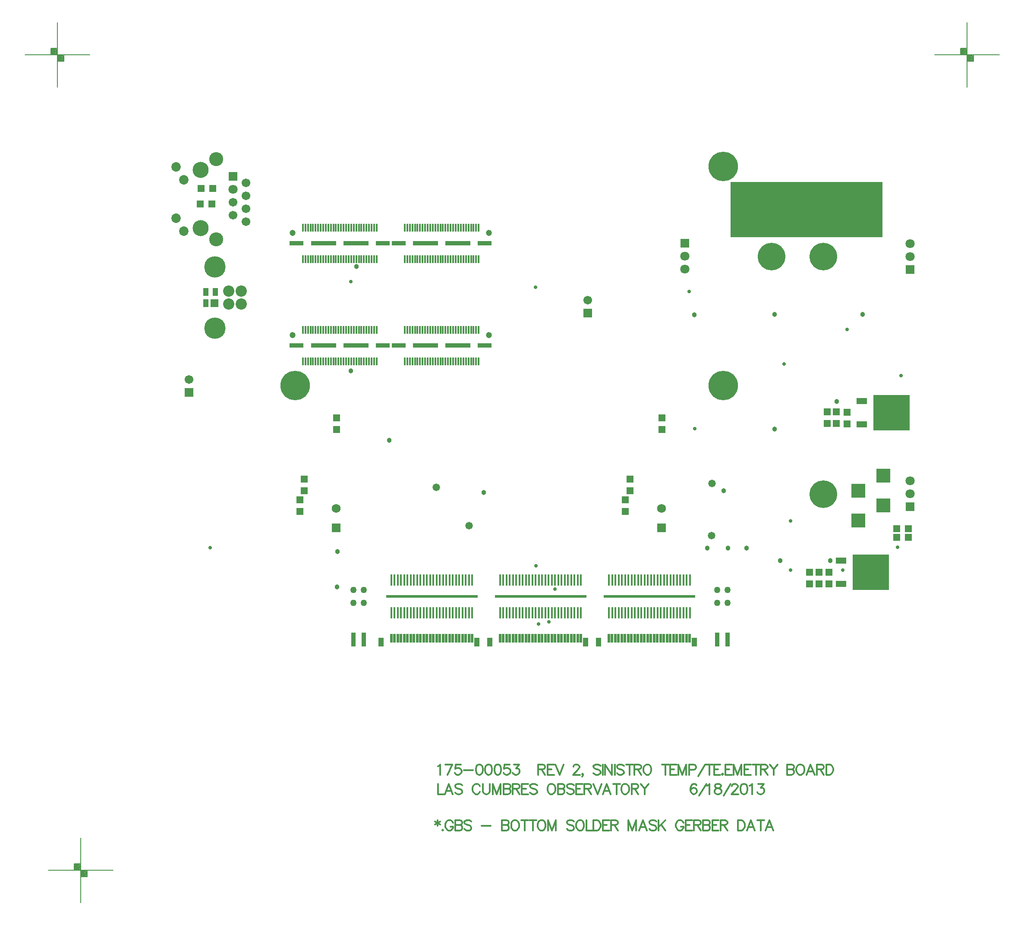
<source format=gbs>
%FSLAX23Y23*%
%MOIN*%
G70*
G01*
G75*
G04 Layer_Color=16711935*
%ADD10R,0.031X0.060*%
%ADD11R,0.014X0.060*%
%ADD12R,0.030X0.100*%
%ADD13R,0.045X0.017*%
%ADD14R,0.050X0.050*%
%ADD15R,0.050X0.050*%
%ADD16R,0.036X0.036*%
%ADD17O,0.098X0.028*%
%ADD18R,0.065X0.012*%
%ADD19R,0.135X0.070*%
%ADD20R,0.070X0.135*%
%ADD21R,0.037X0.035*%
%ADD22R,0.037X0.035*%
%ADD23R,0.100X0.100*%
%ADD24R,0.048X0.078*%
%ADD25R,0.078X0.048*%
%ADD26C,0.010*%
%ADD27C,0.025*%
%ADD28C,0.008*%
%ADD29C,0.005*%
%ADD30C,0.006*%
%ADD31C,0.020*%
%ADD32C,0.050*%
%ADD33C,0.012*%
%ADD34C,0.012*%
%ADD35C,0.012*%
%ADD36C,0.220*%
%ADD37C,0.020*%
%ADD38C,0.063*%
%ADD39R,0.063X0.063*%
%ADD40C,0.050*%
%ADD41C,0.039*%
%ADD42R,0.060X0.060*%
%ADD43C,0.060*%
%ADD44R,0.059X0.059*%
%ADD45C,0.059*%
%ADD46C,0.079*%
%ADD47C,0.157*%
%ADD48C,0.059*%
%ADD49R,0.059X0.059*%
%ADD50C,0.116*%
%ADD51C,0.065*%
%ADD52C,0.100*%
%ADD53C,0.030*%
%ADD54C,0.040*%
%ADD55C,0.206*%
%ADD56C,0.079*%
G04:AMPARAMS|DCode=57|XSize=85mil|YSize=85mil|CornerRadius=0mil|HoleSize=0mil|Usage=FLASHONLY|Rotation=0.000|XOffset=0mil|YOffset=0mil|HoleType=Round|Shape=Relief|Width=10mil|Gap=10mil|Entries=4|*
%AMTHD57*
7,0,0,0.085,0.065,0.010,45*
%
%ADD57THD57*%
%ADD58C,0.080*%
G04:AMPARAMS|DCode=59|XSize=90mil|YSize=90mil|CornerRadius=0mil|HoleSize=0mil|Usage=FLASHONLY|Rotation=0.000|XOffset=0mil|YOffset=0mil|HoleType=Round|Shape=Relief|Width=10mil|Gap=10mil|Entries=4|*
%AMTHD59*
7,0,0,0.090,0.070,0.010,45*
%
%ADD59THD59*%
%ADD60C,0.070*%
G04:AMPARAMS|DCode=61|XSize=95.433mil|YSize=95.433mil|CornerRadius=0mil|HoleSize=0mil|Usage=FLASHONLY|Rotation=0.000|XOffset=0mil|YOffset=0mil|HoleType=Round|Shape=Relief|Width=10mil|Gap=10mil|Entries=4|*
%AMTHD61*
7,0,0,0.095,0.075,0.010,45*
%
%ADD61THD61*%
%ADD62C,0.075*%
%ADD63C,0.076*%
%ADD64C,0.131*%
%ADD65C,0.075*%
%ADD66C,0.168*%
%ADD67C,0.080*%
%ADD68C,0.103*%
G04:AMPARAMS|DCode=69|XSize=70mil|YSize=70mil|CornerRadius=0mil|HoleSize=0mil|Usage=FLASHONLY|Rotation=0.000|XOffset=0mil|YOffset=0mil|HoleType=Round|Shape=Relief|Width=10mil|Gap=10mil|Entries=4|*
%AMTHD69*
7,0,0,0.070,0.050,0.010,45*
%
%ADD69THD69*%
%ADD70C,0.055*%
G04:AMPARAMS|DCode=71|XSize=75mil|YSize=75mil|CornerRadius=0mil|HoleSize=0mil|Usage=FLASHONLY|Rotation=0.000|XOffset=0mil|YOffset=0mil|HoleType=Round|Shape=Relief|Width=10mil|Gap=10mil|Entries=4|*
%AMTHD71*
7,0,0,0.075,0.055,0.010,45*
%
%ADD71THD71*%
%ADD72C,0.068*%
G04:AMPARAMS|DCode=73|XSize=96.221mil|YSize=96.221mil|CornerRadius=0mil|HoleSize=0mil|Usage=FLASHONLY|Rotation=0.000|XOffset=0mil|YOffset=0mil|HoleType=Round|Shape=Relief|Width=10mil|Gap=10mil|Entries=4|*
%AMTHD73*
7,0,0,0.096,0.076,0.010,45*
%
%ADD73THD73*%
G04:AMPARAMS|DCode=74|XSize=150.551mil|YSize=150.551mil|CornerRadius=0mil|HoleSize=0mil|Usage=FLASHONLY|Rotation=0.000|XOffset=0mil|YOffset=0mil|HoleType=Round|Shape=Relief|Width=10mil|Gap=10mil|Entries=4|*
%AMTHD74*
7,0,0,0.151,0.131,0.010,45*
%
%ADD74THD74*%
G04:AMPARAMS|DCode=75|XSize=100mil|YSize=100mil|CornerRadius=0mil|HoleSize=0mil|Usage=FLASHONLY|Rotation=0.000|XOffset=0mil|YOffset=0mil|HoleType=Round|Shape=Relief|Width=10mil|Gap=10mil|Entries=4|*
%AMTHD75*
7,0,0,0.100,0.080,0.010,45*
%
%ADD75THD75*%
G04:AMPARAMS|DCode=76|XSize=123mil|YSize=123mil|CornerRadius=0mil|HoleSize=0mil|Usage=FLASHONLY|Rotation=0.000|XOffset=0mil|YOffset=0mil|HoleType=Round|Shape=Relief|Width=10mil|Gap=10mil|Entries=4|*
%AMTHD76*
7,0,0,0.123,0.103,0.010,45*
%
%ADD76THD76*%
%ADD77R,0.272X0.268*%
%ADD78R,0.075X0.037*%
%ADD79R,0.100X0.100*%
%ADD80R,0.016X0.085*%
%ADD81R,0.709X0.020*%
%ADD82R,0.053X0.053*%
%ADD83R,0.035X0.053*%
%ADD84R,0.012X0.057*%
%ADD85R,0.185X0.025*%
%ADD86R,0.100X0.025*%
%ADD87C,0.010*%
%ADD88C,0.010*%
%ADD89C,0.008*%
%ADD90C,0.007*%
%ADD91R,0.170X0.118*%
%ADD92R,0.039X0.068*%
%ADD93R,0.022X0.068*%
%ADD94R,0.038X0.108*%
%ADD95R,0.053X0.025*%
%ADD96R,0.058X0.058*%
%ADD97R,0.058X0.058*%
%ADD98R,0.044X0.044*%
%ADD99O,0.106X0.036*%
%ADD100R,0.073X0.020*%
%ADD101R,0.143X0.078*%
%ADD102R,0.078X0.143*%
%ADD103R,0.045X0.043*%
%ADD104R,0.045X0.043*%
%ADD105R,0.108X0.108*%
%ADD106R,0.056X0.086*%
%ADD107R,0.086X0.056*%
%ADD108C,0.213*%
%ADD109C,0.028*%
%ADD110C,0.071*%
%ADD111R,0.071X0.071*%
%ADD112C,0.228*%
%ADD113C,0.047*%
%ADD114R,0.068X0.068*%
%ADD115R,0.067X0.067*%
%ADD116C,0.067*%
%ADD117C,0.087*%
%ADD118C,0.165*%
%ADD119C,0.067*%
%ADD120R,0.067X0.067*%
%ADD121C,0.124*%
%ADD122C,0.073*%
%ADD123C,0.108*%
%ADD124C,0.038*%
%ADD125C,0.058*%
%ADD126R,1.174X0.429*%
%ADD127R,0.280X0.276*%
%ADD128R,0.083X0.045*%
%ADD129R,0.108X0.108*%
%ADD130R,0.061X0.061*%
%ADD131R,0.043X0.061*%
%ADD132R,0.016X0.061*%
%ADD133R,0.193X0.033*%
%ADD134R,0.108X0.033*%
D28*
X58664Y38190D02*
X59164D01*
X58914Y37940D02*
Y38440D01*
X58964Y38140D02*
Y38190D01*
X58914Y38140D02*
X58964D01*
X58864Y38190D02*
Y38240D01*
X58914D01*
X58869Y38195D02*
X58909D01*
X58869D02*
Y38235D01*
X58909D01*
Y38195D02*
Y38235D01*
X58874Y38200D02*
X58904D01*
X58874D02*
Y38230D01*
X58904D01*
Y38205D02*
Y38230D01*
X58879Y38205D02*
X58899D01*
X58879D02*
Y38225D01*
X58899D01*
Y38210D02*
Y38225D01*
X58884Y38210D02*
X58894D01*
X58884D02*
Y38220D01*
X58894D01*
Y38210D02*
Y38220D01*
X58884Y38215D02*
X58894D01*
X58919Y38145D02*
X58959D01*
X58919D02*
Y38185D01*
X58959D01*
Y38145D02*
Y38185D01*
X58924Y38150D02*
X58954D01*
X58924D02*
Y38180D01*
X58954D01*
Y38155D02*
Y38180D01*
X58929Y38155D02*
X58949D01*
X58929D02*
Y38175D01*
X58949D01*
Y38160D02*
Y38175D01*
X58934Y38160D02*
X58944D01*
X58934D02*
Y38170D01*
X58944D01*
Y38160D02*
Y38170D01*
X58934Y38165D02*
X58944D01*
X51638Y38190D02*
X52138D01*
X51888Y37940D02*
Y38440D01*
X51938Y38140D02*
Y38190D01*
X51888Y38140D02*
X51938D01*
X51838Y38190D02*
Y38240D01*
X51888D01*
X51843Y38195D02*
X51883D01*
X51843D02*
Y38235D01*
X51883D01*
Y38195D02*
Y38235D01*
X51848Y38200D02*
X51878D01*
X51848D02*
Y38230D01*
X51878D01*
Y38205D02*
Y38230D01*
X51853Y38205D02*
X51873D01*
X51853D02*
Y38225D01*
X51873D01*
Y38210D02*
Y38225D01*
X51858Y38210D02*
X51868D01*
X51858D02*
Y38220D01*
X51868D01*
Y38210D02*
Y38220D01*
X51858Y38215D02*
X51868D01*
X51893Y38145D02*
X51933D01*
X51893D02*
Y38185D01*
X51933D01*
Y38145D02*
Y38185D01*
X51898Y38150D02*
X51928D01*
X51898D02*
Y38180D01*
X51928D01*
Y38155D02*
Y38180D01*
X51903Y38155D02*
X51923D01*
X51903D02*
Y38175D01*
X51923D01*
Y38160D02*
Y38175D01*
X51908Y38160D02*
X51918D01*
X51908D02*
Y38170D01*
X51918D01*
Y38160D02*
Y38170D01*
X51908Y38165D02*
X51918D01*
X51819Y31889D02*
X52319D01*
X52069Y31639D02*
Y32139D01*
X52119Y31839D02*
Y31889D01*
X52069Y31839D02*
X52119D01*
X52019Y31889D02*
Y31939D01*
X52069D01*
X52024Y31894D02*
X52064D01*
X52024D02*
Y31934D01*
X52064D01*
Y31894D02*
Y31934D01*
X52029Y31899D02*
X52059D01*
X52029D02*
Y31929D01*
X52059D01*
Y31904D02*
Y31929D01*
X52034Y31904D02*
X52054D01*
X52034D02*
Y31924D01*
X52054D01*
Y31909D02*
Y31924D01*
X52039Y31909D02*
X52049D01*
X52039D02*
Y31919D01*
X52049D01*
Y31909D02*
Y31919D01*
X52039Y31914D02*
X52049D01*
X52074Y31844D02*
X52114D01*
X52074D02*
Y31884D01*
X52114D01*
Y31844D02*
Y31884D01*
X52079Y31849D02*
X52109D01*
X52079D02*
Y31879D01*
X52109D01*
Y31854D02*
Y31879D01*
X52084Y31854D02*
X52104D01*
X52084D02*
Y31874D01*
X52104D01*
Y31859D02*
Y31874D01*
X52089Y31859D02*
X52099D01*
X52089D02*
Y31869D01*
X52099D01*
Y31859D02*
Y31869D01*
X52089Y31864D02*
X52099D01*
D33*
X54826Y32275D02*
Y32230D01*
X54807Y32264D02*
X54845Y32241D01*
Y32264D02*
X54807Y32241D01*
X54865Y32203D02*
X54861Y32199D01*
X54865Y32196D01*
X54869Y32199D01*
X54865Y32203D01*
X54944Y32256D02*
X54940Y32264D01*
X54932Y32272D01*
X54925Y32275D01*
X54909D01*
X54902Y32272D01*
X54894Y32264D01*
X54890Y32256D01*
X54887Y32245D01*
Y32226D01*
X54890Y32215D01*
X54894Y32207D01*
X54902Y32199D01*
X54909Y32196D01*
X54925D01*
X54932Y32199D01*
X54940Y32207D01*
X54944Y32215D01*
Y32226D01*
X54925D02*
X54944D01*
X54962Y32275D02*
Y32196D01*
Y32275D02*
X54996D01*
X55008Y32272D01*
X55012Y32268D01*
X55015Y32260D01*
Y32253D01*
X55012Y32245D01*
X55008Y32241D01*
X54996Y32237D01*
X54962D02*
X54996D01*
X55008Y32234D01*
X55012Y32230D01*
X55015Y32222D01*
Y32211D01*
X55012Y32203D01*
X55008Y32199D01*
X54996Y32196D01*
X54962D01*
X55087Y32264D02*
X55079Y32272D01*
X55068Y32275D01*
X55052D01*
X55041Y32272D01*
X55033Y32264D01*
Y32256D01*
X55037Y32249D01*
X55041Y32245D01*
X55048Y32241D01*
X55071Y32234D01*
X55079Y32230D01*
X55083Y32226D01*
X55087Y32218D01*
Y32207D01*
X55079Y32199D01*
X55068Y32196D01*
X55052D01*
X55041Y32199D01*
X55033Y32207D01*
X55167Y32230D02*
X55236D01*
X55322Y32275D02*
Y32196D01*
Y32275D02*
X55357D01*
X55368Y32272D01*
X55372Y32268D01*
X55376Y32260D01*
Y32253D01*
X55372Y32245D01*
X55368Y32241D01*
X55357Y32237D01*
X55322D02*
X55357D01*
X55368Y32234D01*
X55372Y32230D01*
X55376Y32222D01*
Y32211D01*
X55372Y32203D01*
X55368Y32199D01*
X55357Y32196D01*
X55322D01*
X55416Y32275D02*
X55409Y32272D01*
X55401Y32264D01*
X55397Y32256D01*
X55394Y32245D01*
Y32226D01*
X55397Y32215D01*
X55401Y32207D01*
X55409Y32199D01*
X55416Y32196D01*
X55432D01*
X55439Y32199D01*
X55447Y32207D01*
X55451Y32215D01*
X55454Y32226D01*
Y32245D01*
X55451Y32256D01*
X55447Y32264D01*
X55439Y32272D01*
X55432Y32275D01*
X55416D01*
X55500D02*
Y32196D01*
X55473Y32275D02*
X55526D01*
X55563D02*
Y32196D01*
X55536Y32275D02*
X55589D01*
X55622D02*
X55614Y32272D01*
X55606Y32264D01*
X55603Y32256D01*
X55599Y32245D01*
Y32226D01*
X55603Y32215D01*
X55606Y32207D01*
X55614Y32199D01*
X55622Y32196D01*
X55637D01*
X55645Y32199D01*
X55652Y32207D01*
X55656Y32215D01*
X55660Y32226D01*
Y32245D01*
X55656Y32256D01*
X55652Y32264D01*
X55645Y32272D01*
X55637Y32275D01*
X55622D01*
X55678D02*
Y32196D01*
Y32275D02*
X55709Y32196D01*
X55739Y32275D02*
X55709Y32196D01*
X55739Y32275D02*
Y32196D01*
X55878Y32264D02*
X55871Y32272D01*
X55859Y32275D01*
X55844D01*
X55833Y32272D01*
X55825Y32264D01*
Y32256D01*
X55829Y32249D01*
X55833Y32245D01*
X55840Y32241D01*
X55863Y32234D01*
X55871Y32230D01*
X55875Y32226D01*
X55878Y32218D01*
Y32207D01*
X55871Y32199D01*
X55859Y32196D01*
X55844D01*
X55833Y32199D01*
X55825Y32207D01*
X55919Y32275D02*
X55912Y32272D01*
X55904Y32264D01*
X55900Y32256D01*
X55896Y32245D01*
Y32226D01*
X55900Y32215D01*
X55904Y32207D01*
X55912Y32199D01*
X55919Y32196D01*
X55934D01*
X55942Y32199D01*
X55950Y32207D01*
X55953Y32215D01*
X55957Y32226D01*
Y32245D01*
X55953Y32256D01*
X55950Y32264D01*
X55942Y32272D01*
X55934Y32275D01*
X55919D01*
X55976D02*
Y32196D01*
X56022D01*
X56030Y32275D02*
Y32196D01*
Y32275D02*
X56057D01*
X56068Y32272D01*
X56076Y32264D01*
X56080Y32256D01*
X56084Y32245D01*
Y32226D01*
X56080Y32215D01*
X56076Y32207D01*
X56068Y32199D01*
X56057Y32196D01*
X56030D01*
X56151Y32275D02*
X56102D01*
Y32196D01*
X56151D01*
X56102Y32237D02*
X56132D01*
X56164Y32275D02*
Y32196D01*
Y32275D02*
X56199D01*
X56210Y32272D01*
X56214Y32268D01*
X56218Y32260D01*
Y32253D01*
X56214Y32245D01*
X56210Y32241D01*
X56199Y32237D01*
X56164D01*
X56191D02*
X56218Y32196D01*
X56298Y32275D02*
Y32196D01*
Y32275D02*
X56329Y32196D01*
X56359Y32275D02*
X56329Y32196D01*
X56359Y32275D02*
Y32196D01*
X56443D02*
X56413Y32275D01*
X56382Y32196D01*
X56394Y32222D02*
X56432D01*
X56515Y32264D02*
X56508Y32272D01*
X56496Y32275D01*
X56481D01*
X56470Y32272D01*
X56462Y32264D01*
Y32256D01*
X56466Y32249D01*
X56470Y32245D01*
X56477Y32241D01*
X56500Y32234D01*
X56508Y32230D01*
X56511Y32226D01*
X56515Y32218D01*
Y32207D01*
X56508Y32199D01*
X56496Y32196D01*
X56481D01*
X56470Y32199D01*
X56462Y32207D01*
X56533Y32275D02*
Y32196D01*
X56586Y32275D02*
X56533Y32222D01*
X56552Y32241D02*
X56586Y32196D01*
X56724Y32256D02*
X56720Y32264D01*
X56713Y32272D01*
X56705Y32275D01*
X56690D01*
X56682Y32272D01*
X56675Y32264D01*
X56671Y32256D01*
X56667Y32245D01*
Y32226D01*
X56671Y32215D01*
X56675Y32207D01*
X56682Y32199D01*
X56690Y32196D01*
X56705D01*
X56713Y32199D01*
X56720Y32207D01*
X56724Y32215D01*
Y32226D01*
X56705D02*
X56724D01*
X56792Y32275D02*
X56743D01*
Y32196D01*
X56792D01*
X56743Y32237D02*
X56773D01*
X56805Y32275D02*
Y32196D01*
Y32275D02*
X56840D01*
X56851Y32272D01*
X56855Y32268D01*
X56859Y32260D01*
Y32253D01*
X56855Y32245D01*
X56851Y32241D01*
X56840Y32237D01*
X56805D01*
X56832D02*
X56859Y32196D01*
X56877Y32275D02*
Y32196D01*
Y32275D02*
X56911D01*
X56922Y32272D01*
X56926Y32268D01*
X56930Y32260D01*
Y32253D01*
X56926Y32245D01*
X56922Y32241D01*
X56911Y32237D01*
X56877D02*
X56911D01*
X56922Y32234D01*
X56926Y32230D01*
X56930Y32222D01*
Y32211D01*
X56926Y32203D01*
X56922Y32199D01*
X56911Y32196D01*
X56877D01*
X56997Y32275D02*
X56948D01*
Y32196D01*
X56997D01*
X56948Y32237D02*
X56978D01*
X57011Y32275D02*
Y32196D01*
Y32275D02*
X57045D01*
X57056Y32272D01*
X57060Y32268D01*
X57064Y32260D01*
Y32253D01*
X57060Y32245D01*
X57056Y32241D01*
X57045Y32237D01*
X57011D01*
X57037D02*
X57064Y32196D01*
X57145Y32275D02*
Y32196D01*
Y32275D02*
X57171D01*
X57183Y32272D01*
X57190Y32264D01*
X57194Y32256D01*
X57198Y32245D01*
Y32226D01*
X57194Y32215D01*
X57190Y32207D01*
X57183Y32199D01*
X57171Y32196D01*
X57145D01*
X57277D02*
X57246Y32275D01*
X57216Y32196D01*
X57227Y32222D02*
X57266D01*
X57322Y32275D02*
Y32196D01*
X57296Y32275D02*
X57349D01*
X57419Y32196D02*
X57389Y32275D01*
X57358Y32196D01*
X57370Y32222D02*
X57408D01*
D34*
X54828Y32691D02*
X54836Y32695D01*
X54847Y32706D01*
Y32626D01*
X54940Y32706D02*
X54902Y32626D01*
X54887Y32706D02*
X54940D01*
X55004D02*
X54966D01*
X54962Y32672D01*
X54966Y32676D01*
X54977Y32679D01*
X54988D01*
X55000Y32676D01*
X55007Y32668D01*
X55011Y32657D01*
Y32649D01*
X55007Y32638D01*
X55000Y32630D01*
X54988Y32626D01*
X54977D01*
X54966Y32630D01*
X54962Y32634D01*
X54958Y32641D01*
X55029Y32660D02*
X55098D01*
X55144Y32706D02*
X55133Y32702D01*
X55125Y32691D01*
X55121Y32672D01*
Y32660D01*
X55125Y32641D01*
X55133Y32630D01*
X55144Y32626D01*
X55152D01*
X55163Y32630D01*
X55171Y32641D01*
X55175Y32660D01*
Y32672D01*
X55171Y32691D01*
X55163Y32702D01*
X55152Y32706D01*
X55144D01*
X55215D02*
X55204Y32702D01*
X55196Y32691D01*
X55193Y32672D01*
Y32660D01*
X55196Y32641D01*
X55204Y32630D01*
X55215Y32626D01*
X55223D01*
X55234Y32630D01*
X55242Y32641D01*
X55246Y32660D01*
Y32672D01*
X55242Y32691D01*
X55234Y32702D01*
X55223Y32706D01*
X55215D01*
X55287D02*
X55275Y32702D01*
X55268Y32691D01*
X55264Y32672D01*
Y32660D01*
X55268Y32641D01*
X55275Y32630D01*
X55287Y32626D01*
X55294D01*
X55306Y32630D01*
X55313Y32641D01*
X55317Y32660D01*
Y32672D01*
X55313Y32691D01*
X55306Y32702D01*
X55294Y32706D01*
X55287D01*
X55381D02*
X55343D01*
X55339Y32672D01*
X55343Y32676D01*
X55354Y32679D01*
X55365D01*
X55377Y32676D01*
X55384Y32668D01*
X55388Y32657D01*
Y32649D01*
X55384Y32638D01*
X55377Y32630D01*
X55365Y32626D01*
X55354D01*
X55343Y32630D01*
X55339Y32634D01*
X55335Y32641D01*
X55414Y32706D02*
X55456D01*
X55433Y32676D01*
X55444D01*
X55452Y32672D01*
X55456Y32668D01*
X55460Y32657D01*
Y32649D01*
X55456Y32638D01*
X55448Y32630D01*
X55437Y32626D01*
X55425D01*
X55414Y32630D01*
X55410Y32634D01*
X55406Y32641D01*
X55603Y32706D02*
Y32626D01*
Y32706D02*
X55637D01*
X55649Y32702D01*
X55653Y32698D01*
X55656Y32691D01*
Y32683D01*
X55653Y32676D01*
X55649Y32672D01*
X55637Y32668D01*
X55603D01*
X55630D02*
X55656Y32626D01*
X55724Y32706D02*
X55674D01*
Y32626D01*
X55724D01*
X55674Y32668D02*
X55705D01*
X55737Y32706D02*
X55768Y32626D01*
X55798Y32706D02*
X55768Y32626D01*
X55875Y32687D02*
Y32691D01*
X55879Y32698D01*
X55883Y32702D01*
X55890Y32706D01*
X55906D01*
X55913Y32702D01*
X55917Y32698D01*
X55921Y32691D01*
Y32683D01*
X55917Y32676D01*
X55909Y32664D01*
X55871Y32626D01*
X55925D01*
X55950Y32630D02*
X55946Y32626D01*
X55942Y32630D01*
X55946Y32634D01*
X55950Y32630D01*
Y32622D01*
X55946Y32615D01*
X55942Y32611D01*
X56084Y32695D02*
X56076Y32702D01*
X56065Y32706D01*
X56049D01*
X56038Y32702D01*
X56030Y32695D01*
Y32687D01*
X56034Y32679D01*
X56038Y32676D01*
X56046Y32672D01*
X56069Y32664D01*
X56076Y32660D01*
X56080Y32657D01*
X56084Y32649D01*
Y32638D01*
X56076Y32630D01*
X56065Y32626D01*
X56049D01*
X56038Y32630D01*
X56030Y32638D01*
X56102Y32706D02*
Y32626D01*
X56118Y32706D02*
Y32626D01*
Y32706D02*
X56172Y32626D01*
Y32706D02*
Y32626D01*
X56194Y32706D02*
Y32626D01*
X56264Y32695D02*
X56256Y32702D01*
X56245Y32706D01*
X56230D01*
X56218Y32702D01*
X56211Y32695D01*
Y32687D01*
X56214Y32679D01*
X56218Y32676D01*
X56226Y32672D01*
X56249Y32664D01*
X56256Y32660D01*
X56260Y32657D01*
X56264Y32649D01*
Y32638D01*
X56256Y32630D01*
X56245Y32626D01*
X56230D01*
X56218Y32630D01*
X56211Y32638D01*
X56308Y32706D02*
Y32626D01*
X56282Y32706D02*
X56335D01*
X56345D02*
Y32626D01*
Y32706D02*
X56379D01*
X56390Y32702D01*
X56394Y32698D01*
X56398Y32691D01*
Y32683D01*
X56394Y32676D01*
X56390Y32672D01*
X56379Y32668D01*
X56345D01*
X56371D02*
X56398Y32626D01*
X56439Y32706D02*
X56431Y32702D01*
X56424Y32695D01*
X56420Y32687D01*
X56416Y32676D01*
Y32657D01*
X56420Y32645D01*
X56424Y32638D01*
X56431Y32630D01*
X56439Y32626D01*
X56454D01*
X56462Y32630D01*
X56469Y32638D01*
X56473Y32645D01*
X56477Y32657D01*
Y32676D01*
X56473Y32687D01*
X56469Y32695D01*
X56462Y32702D01*
X56454Y32706D01*
X56439D01*
X56585D02*
Y32626D01*
X56558Y32706D02*
X56612D01*
X56671D02*
X56621D01*
Y32626D01*
X56671D01*
X56621Y32668D02*
X56652D01*
X56684Y32706D02*
Y32626D01*
Y32706D02*
X56714Y32626D01*
X56745Y32706D02*
X56714Y32626D01*
X56745Y32706D02*
Y32626D01*
X56768Y32664D02*
X56802D01*
X56814Y32668D01*
X56817Y32672D01*
X56821Y32679D01*
Y32691D01*
X56817Y32698D01*
X56814Y32702D01*
X56802Y32706D01*
X56768D01*
Y32626D01*
X56839Y32615D02*
X56892Y32706D01*
X56924D02*
Y32626D01*
X56898Y32706D02*
X56951D01*
X57010D02*
X56961D01*
Y32626D01*
X57010D01*
X56961Y32668D02*
X56991D01*
X57027Y32634D02*
X57023Y32630D01*
X57027Y32626D01*
X57031Y32630D01*
X57027Y32634D01*
X57098Y32706D02*
X57049D01*
Y32626D01*
X57098D01*
X57049Y32668D02*
X57079D01*
X57111Y32706D02*
Y32626D01*
Y32706D02*
X57142Y32626D01*
X57172Y32706D02*
X57142Y32626D01*
X57172Y32706D02*
Y32626D01*
X57245Y32706D02*
X57195D01*
Y32626D01*
X57245D01*
X57195Y32668D02*
X57226D01*
X57285Y32706D02*
Y32626D01*
X57258Y32706D02*
X57311D01*
X57321D02*
Y32626D01*
Y32706D02*
X57355D01*
X57367Y32702D01*
X57370Y32698D01*
X57374Y32691D01*
Y32683D01*
X57370Y32676D01*
X57367Y32672D01*
X57355Y32668D01*
X57321D01*
X57347D02*
X57374Y32626D01*
X57392Y32706D02*
X57423Y32668D01*
Y32626D01*
X57453Y32706D02*
X57423Y32668D01*
X57526Y32706D02*
Y32626D01*
Y32706D02*
X57560D01*
X57572Y32702D01*
X57576Y32698D01*
X57579Y32691D01*
Y32683D01*
X57576Y32676D01*
X57572Y32672D01*
X57560Y32668D01*
X57526D02*
X57560D01*
X57572Y32664D01*
X57576Y32660D01*
X57579Y32653D01*
Y32641D01*
X57576Y32634D01*
X57572Y32630D01*
X57560Y32626D01*
X57526D01*
X57620Y32706D02*
X57613Y32702D01*
X57605Y32695D01*
X57601Y32687D01*
X57597Y32676D01*
Y32657D01*
X57601Y32645D01*
X57605Y32638D01*
X57613Y32630D01*
X57620Y32626D01*
X57635D01*
X57643Y32630D01*
X57651Y32638D01*
X57654Y32645D01*
X57658Y32657D01*
Y32676D01*
X57654Y32687D01*
X57651Y32695D01*
X57643Y32702D01*
X57635Y32706D01*
X57620D01*
X57738Y32626D02*
X57707Y32706D01*
X57677Y32626D01*
X57688Y32653D02*
X57726D01*
X57757Y32706D02*
Y32626D01*
Y32706D02*
X57791D01*
X57802Y32702D01*
X57806Y32698D01*
X57810Y32691D01*
Y32683D01*
X57806Y32676D01*
X57802Y32672D01*
X57791Y32668D01*
X57757D01*
X57783D02*
X57810Y32626D01*
X57828Y32706D02*
Y32626D01*
Y32706D02*
X57854D01*
X57866Y32702D01*
X57873Y32695D01*
X57877Y32687D01*
X57881Y32676D01*
Y32657D01*
X57877Y32645D01*
X57873Y32638D01*
X57866Y32630D01*
X57854Y32626D01*
X57828D01*
D35*
X54828Y32556D02*
Y32476D01*
X54874D01*
X54943D02*
X54913Y32556D01*
X54882Y32476D01*
X54894Y32503D02*
X54932D01*
X55015Y32545D02*
X55008Y32552D01*
X54996Y32556D01*
X54981D01*
X54970Y32552D01*
X54962Y32545D01*
Y32537D01*
X54966Y32529D01*
X54970Y32526D01*
X54977Y32522D01*
X55000Y32514D01*
X55008Y32510D01*
X55012Y32507D01*
X55015Y32499D01*
Y32487D01*
X55008Y32480D01*
X54996Y32476D01*
X54981D01*
X54970Y32480D01*
X54962Y32487D01*
X55153Y32537D02*
X55149Y32545D01*
X55142Y32552D01*
X55134Y32556D01*
X55119D01*
X55111Y32552D01*
X55104Y32545D01*
X55100Y32537D01*
X55096Y32526D01*
Y32507D01*
X55100Y32495D01*
X55104Y32487D01*
X55111Y32480D01*
X55119Y32476D01*
X55134D01*
X55142Y32480D01*
X55149Y32487D01*
X55153Y32495D01*
X55176Y32556D02*
Y32499D01*
X55180Y32487D01*
X55187Y32480D01*
X55199Y32476D01*
X55206D01*
X55218Y32480D01*
X55225Y32487D01*
X55229Y32499D01*
Y32556D01*
X55251D02*
Y32476D01*
Y32556D02*
X55282Y32476D01*
X55312Y32556D02*
X55282Y32476D01*
X55312Y32556D02*
Y32476D01*
X55335Y32556D02*
Y32476D01*
Y32556D02*
X55369D01*
X55381Y32552D01*
X55384Y32548D01*
X55388Y32541D01*
Y32533D01*
X55384Y32526D01*
X55381Y32522D01*
X55369Y32518D01*
X55335D02*
X55369D01*
X55381Y32514D01*
X55384Y32510D01*
X55388Y32503D01*
Y32491D01*
X55384Y32484D01*
X55381Y32480D01*
X55369Y32476D01*
X55335D01*
X55406Y32556D02*
Y32476D01*
Y32556D02*
X55440D01*
X55452Y32552D01*
X55456Y32548D01*
X55460Y32541D01*
Y32533D01*
X55456Y32526D01*
X55452Y32522D01*
X55440Y32518D01*
X55406D01*
X55433D02*
X55460Y32476D01*
X55527Y32556D02*
X55477D01*
Y32476D01*
X55527D01*
X55477Y32518D02*
X55508D01*
X55594Y32545D02*
X55586Y32552D01*
X55575Y32556D01*
X55559D01*
X55548Y32552D01*
X55540Y32545D01*
Y32537D01*
X55544Y32529D01*
X55548Y32526D01*
X55555Y32522D01*
X55578Y32514D01*
X55586Y32510D01*
X55590Y32507D01*
X55594Y32499D01*
Y32487D01*
X55586Y32480D01*
X55575Y32476D01*
X55559D01*
X55548Y32480D01*
X55540Y32487D01*
X55697Y32556D02*
X55690Y32552D01*
X55682Y32545D01*
X55678Y32537D01*
X55674Y32526D01*
Y32507D01*
X55678Y32495D01*
X55682Y32487D01*
X55690Y32480D01*
X55697Y32476D01*
X55712D01*
X55720Y32480D01*
X55728Y32487D01*
X55731Y32495D01*
X55735Y32507D01*
Y32526D01*
X55731Y32537D01*
X55728Y32545D01*
X55720Y32552D01*
X55712Y32556D01*
X55697D01*
X55754D02*
Y32476D01*
Y32556D02*
X55788D01*
X55800Y32552D01*
X55803Y32548D01*
X55807Y32541D01*
Y32533D01*
X55803Y32526D01*
X55800Y32522D01*
X55788Y32518D01*
X55754D02*
X55788D01*
X55800Y32514D01*
X55803Y32510D01*
X55807Y32503D01*
Y32491D01*
X55803Y32484D01*
X55800Y32480D01*
X55788Y32476D01*
X55754D01*
X55878Y32545D02*
X55871Y32552D01*
X55859Y32556D01*
X55844D01*
X55833Y32552D01*
X55825Y32545D01*
Y32537D01*
X55829Y32529D01*
X55833Y32526D01*
X55840Y32522D01*
X55863Y32514D01*
X55871Y32510D01*
X55875Y32507D01*
X55878Y32499D01*
Y32487D01*
X55871Y32480D01*
X55859Y32476D01*
X55844D01*
X55833Y32480D01*
X55825Y32487D01*
X55946Y32556D02*
X55896D01*
Y32476D01*
X55946D01*
X55896Y32518D02*
X55927D01*
X55959Y32556D02*
Y32476D01*
Y32556D02*
X55993D01*
X56005Y32552D01*
X56009Y32548D01*
X56013Y32541D01*
Y32533D01*
X56009Y32526D01*
X56005Y32522D01*
X55993Y32518D01*
X55959D01*
X55986D02*
X56013Y32476D01*
X56030Y32556D02*
X56061Y32476D01*
X56091Y32556D02*
X56061Y32476D01*
X56163D02*
X56132Y32556D01*
X56102Y32476D01*
X56113Y32503D02*
X56151D01*
X56208Y32556D02*
Y32476D01*
X56181Y32556D02*
X56235D01*
X56267D02*
X56259Y32552D01*
X56252Y32545D01*
X56248Y32537D01*
X56244Y32526D01*
Y32507D01*
X56248Y32495D01*
X56252Y32487D01*
X56259Y32480D01*
X56267Y32476D01*
X56282D01*
X56290Y32480D01*
X56297Y32487D01*
X56301Y32495D01*
X56305Y32507D01*
Y32526D01*
X56301Y32537D01*
X56297Y32545D01*
X56290Y32552D01*
X56282Y32556D01*
X56267D01*
X56324D02*
Y32476D01*
Y32556D02*
X56358D01*
X56369Y32552D01*
X56373Y32548D01*
X56377Y32541D01*
Y32533D01*
X56373Y32526D01*
X56369Y32522D01*
X56358Y32518D01*
X56324D01*
X56350D02*
X56377Y32476D01*
X56395Y32556D02*
X56425Y32518D01*
Y32476D01*
X56456Y32556D02*
X56425Y32518D01*
X56826Y32545D02*
X56822Y32552D01*
X56811Y32556D01*
X56803D01*
X56792Y32552D01*
X56784Y32541D01*
X56780Y32522D01*
Y32503D01*
X56784Y32487D01*
X56792Y32480D01*
X56803Y32476D01*
X56807D01*
X56818Y32480D01*
X56826Y32487D01*
X56830Y32499D01*
Y32503D01*
X56826Y32514D01*
X56818Y32522D01*
X56807Y32526D01*
X56803D01*
X56792Y32522D01*
X56784Y32514D01*
X56780Y32503D01*
X56847Y32465D02*
X56901Y32556D01*
X56906Y32541D02*
X56914Y32545D01*
X56925Y32556D01*
Y32476D01*
X56984Y32556D02*
X56972Y32552D01*
X56969Y32545D01*
Y32537D01*
X56972Y32529D01*
X56980Y32526D01*
X56995Y32522D01*
X57007Y32518D01*
X57014Y32510D01*
X57018Y32503D01*
Y32491D01*
X57014Y32484D01*
X57010Y32480D01*
X56999Y32476D01*
X56984D01*
X56972Y32480D01*
X56969Y32484D01*
X56965Y32491D01*
Y32503D01*
X56969Y32510D01*
X56976Y32518D01*
X56988Y32522D01*
X57003Y32526D01*
X57010Y32529D01*
X57014Y32537D01*
Y32545D01*
X57010Y32552D01*
X56999Y32556D01*
X56984D01*
X57036Y32465D02*
X57089Y32556D01*
X57098Y32537D02*
Y32541D01*
X57102Y32548D01*
X57106Y32552D01*
X57114Y32556D01*
X57129D01*
X57136Y32552D01*
X57140Y32548D01*
X57144Y32541D01*
Y32533D01*
X57140Y32526D01*
X57133Y32514D01*
X57095Y32476D01*
X57148D01*
X57189Y32556D02*
X57177Y32552D01*
X57170Y32541D01*
X57166Y32522D01*
Y32510D01*
X57170Y32491D01*
X57177Y32480D01*
X57189Y32476D01*
X57196D01*
X57208Y32480D01*
X57215Y32491D01*
X57219Y32510D01*
Y32522D01*
X57215Y32541D01*
X57208Y32552D01*
X57196Y32556D01*
X57189D01*
X57237Y32541D02*
X57245Y32545D01*
X57256Y32556D01*
Y32476D01*
X57303Y32556D02*
X57345D01*
X57322Y32526D01*
X57334D01*
X57341Y32522D01*
X57345Y32518D01*
X57349Y32507D01*
Y32499D01*
X57345Y32487D01*
X57338Y32480D01*
X57326Y32476D01*
X57315D01*
X57303Y32480D01*
X57300Y32484D01*
X57296Y32491D01*
D40*
X54256Y33955D02*
D03*
Y34055D02*
D03*
X54176D02*
D03*
Y33955D02*
D03*
X57066D02*
D03*
X56986D02*
D03*
X56986Y34055D02*
D03*
X57066D02*
D03*
D72*
X56557Y34685D02*
D03*
X54043D02*
D03*
D80*
X56774Y34133D02*
D03*
Y33878D02*
D03*
X56674Y34133D02*
D03*
X56699D02*
D03*
X56724D02*
D03*
X56674Y33878D02*
D03*
X56699D02*
D03*
X56724D02*
D03*
X56599Y34133D02*
D03*
X56624D02*
D03*
X56649D02*
D03*
X56599Y33878D02*
D03*
X56624D02*
D03*
X56649D02*
D03*
X56524Y34133D02*
D03*
X56549D02*
D03*
X56524Y33878D02*
D03*
X56549D02*
D03*
X56449Y34133D02*
D03*
X56474D02*
D03*
X56449Y33878D02*
D03*
X56474D02*
D03*
X56374Y34133D02*
D03*
X56399D02*
D03*
X56374Y33878D02*
D03*
X56399D02*
D03*
X56274Y34133D02*
D03*
X56299D02*
D03*
X56324D02*
D03*
X56274Y33878D02*
D03*
X56299D02*
D03*
X56324D02*
D03*
X56199Y34133D02*
D03*
X56224D02*
D03*
X56249D02*
D03*
X56199Y33878D02*
D03*
X56224D02*
D03*
X56249D02*
D03*
X56149Y34133D02*
D03*
Y33878D02*
D03*
X55883Y34133D02*
D03*
X55908D02*
D03*
X55883Y33878D02*
D03*
X55908D02*
D03*
X55808Y34133D02*
D03*
X55833D02*
D03*
X55808Y33878D02*
D03*
X55833D02*
D03*
X55733Y34133D02*
D03*
X55758D02*
D03*
X55733Y33878D02*
D03*
X55758D02*
D03*
X55633Y34133D02*
D03*
X55658D02*
D03*
X55683D02*
D03*
X55633Y33878D02*
D03*
X55658D02*
D03*
X55683D02*
D03*
X55558Y34133D02*
D03*
X55583D02*
D03*
X55608D02*
D03*
X55558Y33878D02*
D03*
X55583D02*
D03*
X55608D02*
D03*
X55483Y34133D02*
D03*
X55508D02*
D03*
X55483Y33878D02*
D03*
X55508D02*
D03*
X55408Y34133D02*
D03*
X55433D02*
D03*
X55408Y33878D02*
D03*
X55433D02*
D03*
X55333Y34133D02*
D03*
X55358D02*
D03*
X55333Y33878D02*
D03*
X55358D02*
D03*
X55093Y34133D02*
D03*
Y33878D02*
D03*
X54993Y34133D02*
D03*
X55018D02*
D03*
X55043D02*
D03*
X54993Y33878D02*
D03*
X55018D02*
D03*
X55043D02*
D03*
X54918Y34133D02*
D03*
X54943D02*
D03*
X54968D02*
D03*
X54918Y33878D02*
D03*
X54943D02*
D03*
X54968D02*
D03*
X54843Y34133D02*
D03*
X54868D02*
D03*
X54843Y33878D02*
D03*
X54868D02*
D03*
X54768Y34133D02*
D03*
X54793D02*
D03*
X54768Y33878D02*
D03*
X54793D02*
D03*
X54693Y34133D02*
D03*
X54718D02*
D03*
X54693Y33878D02*
D03*
X54718D02*
D03*
X54593Y34133D02*
D03*
X54618D02*
D03*
X54643D02*
D03*
X54593Y33878D02*
D03*
X54618D02*
D03*
X54643D02*
D03*
X54518Y34133D02*
D03*
X54543D02*
D03*
X54568D02*
D03*
X54518Y33878D02*
D03*
X54543D02*
D03*
X54568D02*
D03*
X54468Y34133D02*
D03*
Y33878D02*
D03*
X56749Y34133D02*
D03*
Y33878D02*
D03*
X56349Y34133D02*
D03*
X56424D02*
D03*
X56499D02*
D03*
X56574D02*
D03*
X56349Y33878D02*
D03*
X56424D02*
D03*
X56499D02*
D03*
X56574D02*
D03*
X56174Y34133D02*
D03*
Y33878D02*
D03*
X55708Y34133D02*
D03*
X55783D02*
D03*
X55858D02*
D03*
X55933D02*
D03*
X55708Y33878D02*
D03*
X55783D02*
D03*
X55858D02*
D03*
X55933D02*
D03*
X55383Y34133D02*
D03*
X55458D02*
D03*
X55533D02*
D03*
X55383Y33878D02*
D03*
X55458D02*
D03*
X55533D02*
D03*
X55068Y34133D02*
D03*
X55308D02*
D03*
X55068Y33878D02*
D03*
X55308D02*
D03*
X54743Y34133D02*
D03*
X54818D02*
D03*
X54893D02*
D03*
X54743Y33878D02*
D03*
X54818D02*
D03*
X54893D02*
D03*
X54493Y34133D02*
D03*
X54668D02*
D03*
X54493Y33878D02*
D03*
X54668D02*
D03*
D81*
X54781Y34005D02*
D03*
X55621D02*
D03*
X56461D02*
D03*
D92*
X56070Y33653D02*
D03*
X56810D02*
D03*
X55970D02*
D03*
X55230D02*
D03*
X55130D02*
D03*
X54390D02*
D03*
D93*
X54493Y33680D02*
D03*
X54518D02*
D03*
X54543D02*
D03*
X54568D02*
D03*
X54593D02*
D03*
X54618D02*
D03*
X54643D02*
D03*
X54668D02*
D03*
X54693D02*
D03*
X54718D02*
D03*
X54743D02*
D03*
X54768D02*
D03*
X54793D02*
D03*
X54818D02*
D03*
X54843D02*
D03*
X54868D02*
D03*
X54893D02*
D03*
X54918D02*
D03*
X54943D02*
D03*
X54968D02*
D03*
X54993D02*
D03*
X55018D02*
D03*
X55043D02*
D03*
X55068D02*
D03*
X55308D02*
D03*
X55333D02*
D03*
X55358D02*
D03*
X55383D02*
D03*
X55408D02*
D03*
X55433D02*
D03*
X55458D02*
D03*
X55483D02*
D03*
X55508D02*
D03*
X55533D02*
D03*
X55558D02*
D03*
X55583D02*
D03*
X55608D02*
D03*
X55633D02*
D03*
X55658D02*
D03*
X55683D02*
D03*
X55708D02*
D03*
X55733D02*
D03*
X55758D02*
D03*
X55783D02*
D03*
X55808D02*
D03*
X55833D02*
D03*
X55858D02*
D03*
X55883D02*
D03*
X55908D02*
D03*
X55933D02*
D03*
X56148Y33681D02*
D03*
X56173D02*
D03*
X56198D02*
D03*
X56223D02*
D03*
X56248D02*
D03*
X56273D02*
D03*
X56298D02*
D03*
X56323D02*
D03*
X56348D02*
D03*
X56373D02*
D03*
X56398D02*
D03*
X56423D02*
D03*
X56448D02*
D03*
X56473D02*
D03*
X56498D02*
D03*
X56523D02*
D03*
X56548D02*
D03*
X56573D02*
D03*
X56598D02*
D03*
X56623D02*
D03*
X56648D02*
D03*
X56673D02*
D03*
X56698D02*
D03*
X56723D02*
D03*
X56748D02*
D03*
X56773D02*
D03*
X54468Y33680D02*
D03*
X55093D02*
D03*
D94*
X54176Y33671D02*
D03*
X54255D02*
D03*
X56986Y33671D02*
D03*
X57065D02*
D03*
D96*
X58373Y34527D02*
D03*
X58463D02*
D03*
Y34462D02*
D03*
X58373D02*
D03*
X52998Y37157D02*
D03*
X53088D02*
D03*
X52992Y37038D02*
D03*
X53082D02*
D03*
D97*
X57698Y34102D02*
D03*
Y34192D02*
D03*
X57773Y34102D02*
D03*
Y34192D02*
D03*
X57848Y34193D02*
D03*
Y34103D02*
D03*
X57988Y35429D02*
D03*
Y35339D02*
D03*
X57836Y35340D02*
D03*
Y35430D02*
D03*
X57904Y35340D02*
D03*
Y35430D02*
D03*
X53797Y34912D02*
D03*
Y34822D02*
D03*
X56311Y34912D02*
D03*
Y34822D02*
D03*
X53763Y34752D02*
D03*
Y34662D02*
D03*
X56277Y34752D02*
D03*
Y34662D02*
D03*
X54045Y35294D02*
D03*
Y35384D02*
D03*
X56559Y35294D02*
D03*
Y35384D02*
D03*
D108*
X57405Y36633D02*
D03*
X57805D02*
D03*
Y34795D02*
D03*
D109*
X58410Y35347D02*
D03*
Y35406D02*
D03*
Y35465D02*
D03*
Y35524D02*
D03*
X58351Y35505D02*
D03*
Y35446D02*
D03*
Y35387D02*
D03*
Y35327D02*
D03*
X58292Y35347D02*
D03*
Y35406D02*
D03*
Y35465D02*
D03*
Y35524D02*
D03*
X58233Y35505D02*
D03*
Y35446D02*
D03*
Y35387D02*
D03*
Y35327D02*
D03*
X58250Y34113D02*
D03*
Y34172D02*
D03*
Y34231D02*
D03*
Y34291D02*
D03*
X58191Y34271D02*
D03*
Y34212D02*
D03*
Y34153D02*
D03*
Y34094D02*
D03*
X58132Y34113D02*
D03*
Y34172D02*
D03*
Y34231D02*
D03*
Y34291D02*
D03*
X58073Y34271D02*
D03*
Y34212D02*
D03*
Y34153D02*
D03*
Y34094D02*
D03*
X57956Y34207D02*
D03*
X58380Y34385D02*
D03*
X53068Y34382D02*
D03*
X57503Y35803D02*
D03*
X58404Y35710D02*
D03*
X56769Y36362D02*
D03*
X56812Y35302D02*
D03*
X57553Y34587D02*
D03*
Y34208D02*
D03*
X57988Y36067D02*
D03*
X55731Y34060D02*
D03*
X55687Y33809D02*
D03*
X55582Y36395D02*
D03*
X55584Y34240D02*
D03*
X55607Y33793D02*
D03*
X54157Y36437D02*
D03*
D110*
X58475Y34898D02*
D03*
Y34798D02*
D03*
Y36732D02*
D03*
Y36632D02*
D03*
X56736Y36534D02*
D03*
Y36634D02*
D03*
X53247Y37151D02*
D03*
D111*
X58475Y34698D02*
D03*
Y36532D02*
D03*
X56736Y36734D02*
D03*
D112*
X53724Y35636D02*
D03*
X57031D02*
D03*
Y37329D02*
D03*
D113*
X53706Y36024D02*
D03*
X55221D02*
D03*
X53706Y36814D02*
D03*
X55221D02*
D03*
D114*
X56557Y34535D02*
D03*
X54043D02*
D03*
D115*
X52904Y35581D02*
D03*
X55986Y36194D02*
D03*
D116*
X52904Y35681D02*
D03*
X55986Y36294D02*
D03*
D117*
X53310Y36265D02*
D03*
Y36364D02*
D03*
X53212D02*
D03*
Y36265D02*
D03*
D118*
X53105Y36552D02*
D03*
Y36077D02*
D03*
D119*
X53347Y36901D02*
D03*
Y37201D02*
D03*
X53247Y36951D02*
D03*
X53347Y37001D02*
D03*
Y37101D02*
D03*
X53247Y37051D02*
D03*
D120*
Y37251D02*
D03*
D121*
X52997Y37301D02*
D03*
Y36851D02*
D03*
D122*
X52804Y37325D02*
D03*
X52864Y37225D02*
D03*
X52804Y36927D02*
D03*
X52864Y36827D02*
D03*
D123*
X53117Y37386D02*
D03*
Y36766D02*
D03*
D124*
X57858Y34282D02*
D03*
X57473Y34282D02*
D03*
X57908Y35512D02*
D03*
X54198Y36555D02*
D03*
X54157Y35749D02*
D03*
X57429Y36186D02*
D03*
Y35299D02*
D03*
X54453Y35210D02*
D03*
X56808Y36182D02*
D03*
X58108Y36184D02*
D03*
X56908Y34377D02*
D03*
X57068D02*
D03*
X57213D02*
D03*
X54053Y34352D02*
D03*
X54048Y34077D02*
D03*
X57035Y34820D02*
D03*
X55182Y34807D02*
D03*
D125*
X54817Y34849D02*
D03*
X56945Y34878D02*
D03*
X56943Y34475D02*
D03*
X55068Y34551D02*
D03*
D126*
X57677Y36996D02*
D03*
D127*
X58331Y35426D02*
D03*
X58171Y34192D02*
D03*
D128*
X58101Y35516D02*
D03*
Y35336D02*
D03*
X57941Y34282D02*
D03*
Y34102D02*
D03*
D129*
X58268Y34937D02*
D03*
Y34707D02*
D03*
X58077Y34821D02*
D03*
Y34591D02*
D03*
D130*
X53102Y36271D02*
D03*
D131*
X53109Y36358D02*
D03*
X53035D02*
D03*
Y36271D02*
D03*
D132*
X53785Y35822D02*
D03*
X53804D02*
D03*
X53824D02*
D03*
X53844D02*
D03*
X53863D02*
D03*
X53883D02*
D03*
X53903D02*
D03*
X53922D02*
D03*
X53942D02*
D03*
X53962D02*
D03*
X53981D02*
D03*
X54001D02*
D03*
X54021D02*
D03*
X54040D02*
D03*
X54060D02*
D03*
X54080D02*
D03*
X54099D02*
D03*
X54119D02*
D03*
X54139D02*
D03*
X54159D02*
D03*
X54178D02*
D03*
X54198D02*
D03*
X54218D02*
D03*
X54237D02*
D03*
X54257D02*
D03*
X54277D02*
D03*
X54296D02*
D03*
X54316D02*
D03*
X54336D02*
D03*
X54355D02*
D03*
X54572D02*
D03*
X54592D02*
D03*
X54611D02*
D03*
X54631D02*
D03*
X54651D02*
D03*
X54670D02*
D03*
X54690D02*
D03*
X54710D02*
D03*
X54729D02*
D03*
X54749D02*
D03*
X54769D02*
D03*
X54788D02*
D03*
X54808D02*
D03*
X54828D02*
D03*
X54848D02*
D03*
X54867D02*
D03*
X54887D02*
D03*
X54907D02*
D03*
X54926D02*
D03*
X54946D02*
D03*
X54966D02*
D03*
X54985D02*
D03*
X55005D02*
D03*
X55025D02*
D03*
X55044D02*
D03*
X55064D02*
D03*
X55084D02*
D03*
X55103D02*
D03*
X55123D02*
D03*
X55143D02*
D03*
X53785Y36065D02*
D03*
X53804D02*
D03*
X53824D02*
D03*
X53844D02*
D03*
X53863D02*
D03*
X53883D02*
D03*
X53903D02*
D03*
X53922D02*
D03*
X53942D02*
D03*
X53962D02*
D03*
X53981D02*
D03*
X54001D02*
D03*
X54021D02*
D03*
X54040D02*
D03*
X54060D02*
D03*
X54080D02*
D03*
X54099D02*
D03*
X54119D02*
D03*
X54139D02*
D03*
X54159D02*
D03*
X54178D02*
D03*
X54198D02*
D03*
X54218D02*
D03*
X54237D02*
D03*
X54257D02*
D03*
X54277D02*
D03*
X54296D02*
D03*
X54316D02*
D03*
X54336D02*
D03*
X54355D02*
D03*
X54572D02*
D03*
X54592D02*
D03*
X54611D02*
D03*
X54631D02*
D03*
X54651D02*
D03*
X54670D02*
D03*
X54690D02*
D03*
X54710D02*
D03*
X54729D02*
D03*
X54749D02*
D03*
X54769D02*
D03*
X54788D02*
D03*
X54808D02*
D03*
X54828D02*
D03*
X54848D02*
D03*
X54867D02*
D03*
X54887D02*
D03*
X54907D02*
D03*
X54926D02*
D03*
X54946D02*
D03*
X54966D02*
D03*
X54985D02*
D03*
X55005D02*
D03*
X55025D02*
D03*
X55044D02*
D03*
X55064D02*
D03*
X55084D02*
D03*
X55103D02*
D03*
X55123D02*
D03*
X55143D02*
D03*
X53785Y36612D02*
D03*
X53804D02*
D03*
X53824D02*
D03*
X53844D02*
D03*
X53863D02*
D03*
X53883D02*
D03*
X53903D02*
D03*
X53922D02*
D03*
X53942D02*
D03*
X53962D02*
D03*
X53981D02*
D03*
X54001D02*
D03*
X54021D02*
D03*
X54040D02*
D03*
X54060D02*
D03*
X54080D02*
D03*
X54099D02*
D03*
X54119D02*
D03*
X54139D02*
D03*
X54159D02*
D03*
X54178D02*
D03*
X54198D02*
D03*
X54218D02*
D03*
X54237D02*
D03*
X54257D02*
D03*
X54277D02*
D03*
X54296D02*
D03*
X54316D02*
D03*
X54336D02*
D03*
X54355D02*
D03*
X54572D02*
D03*
X54592D02*
D03*
X54611D02*
D03*
X54631D02*
D03*
X54651D02*
D03*
X54670D02*
D03*
X54690D02*
D03*
X54710D02*
D03*
X54729D02*
D03*
X54749D02*
D03*
X54769D02*
D03*
X54788D02*
D03*
X54808D02*
D03*
X54828D02*
D03*
X54848D02*
D03*
X54867D02*
D03*
X54887D02*
D03*
X54907D02*
D03*
X54926D02*
D03*
X54946D02*
D03*
X54966D02*
D03*
X54985D02*
D03*
X55005D02*
D03*
X55025D02*
D03*
X55044D02*
D03*
X55064D02*
D03*
X55084D02*
D03*
X55103D02*
D03*
X55123D02*
D03*
X55143D02*
D03*
X53785Y36855D02*
D03*
X53804D02*
D03*
X53824D02*
D03*
X53844D02*
D03*
X53863D02*
D03*
X53883D02*
D03*
X53903D02*
D03*
X53922D02*
D03*
X53942D02*
D03*
X53962D02*
D03*
X53981D02*
D03*
X54001D02*
D03*
X54021D02*
D03*
X54040D02*
D03*
X54060D02*
D03*
X54080D02*
D03*
X54099D02*
D03*
X54119D02*
D03*
X54139D02*
D03*
X54159D02*
D03*
X54178D02*
D03*
X54198D02*
D03*
X54218D02*
D03*
X54237D02*
D03*
X54257D02*
D03*
X54277D02*
D03*
X54296D02*
D03*
X54316D02*
D03*
X54336D02*
D03*
X54355D02*
D03*
X54572D02*
D03*
X54592D02*
D03*
X54611D02*
D03*
X54631D02*
D03*
X54651D02*
D03*
X54670D02*
D03*
X54690D02*
D03*
X54710D02*
D03*
X54729D02*
D03*
X54749D02*
D03*
X54769D02*
D03*
X54788D02*
D03*
X54808D02*
D03*
X54828D02*
D03*
X54848D02*
D03*
X54867D02*
D03*
X54887D02*
D03*
X54907D02*
D03*
X54926D02*
D03*
X54946D02*
D03*
X54966D02*
D03*
X54985D02*
D03*
X55005D02*
D03*
X55025D02*
D03*
X55044D02*
D03*
X55064D02*
D03*
X55084D02*
D03*
X55103D02*
D03*
X55123D02*
D03*
X55143D02*
D03*
D133*
X54195Y35944D02*
D03*
X53945D02*
D03*
X54732D02*
D03*
X54982D02*
D03*
X54195Y36734D02*
D03*
X53945D02*
D03*
X54732D02*
D03*
X54982D02*
D03*
D134*
X53737Y35944D02*
D03*
X55190D02*
D03*
X54525D02*
D03*
X54402D02*
D03*
X53737Y36734D02*
D03*
X55190D02*
D03*
X54525D02*
D03*
X54402D02*
D03*
M02*

</source>
